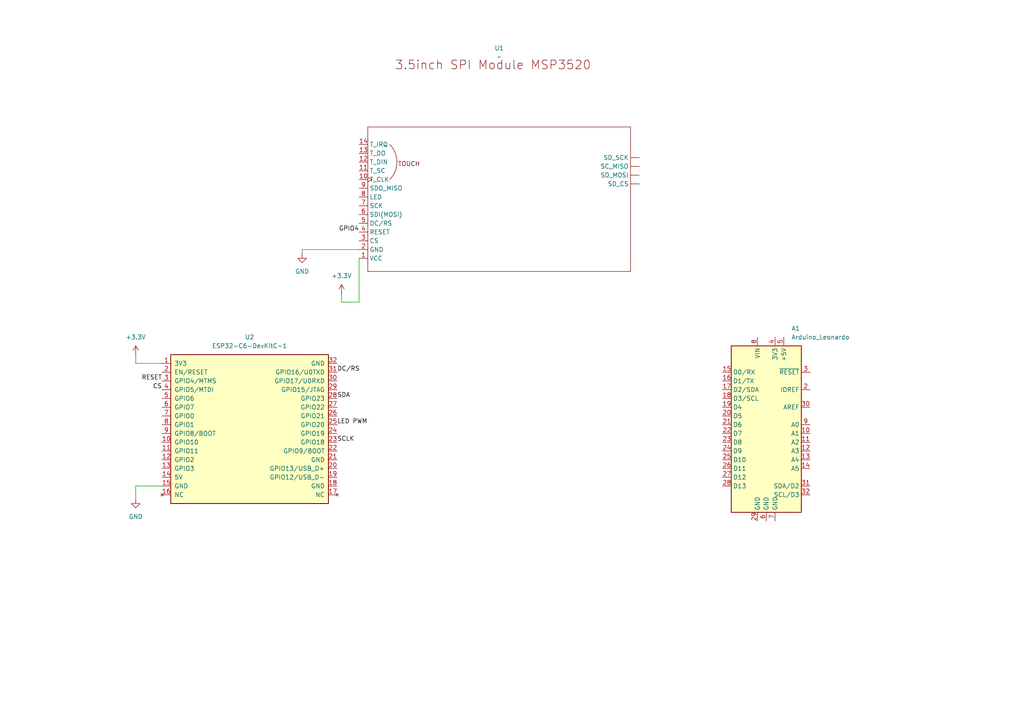
<source format=kicad_sch>
(kicad_sch (version 20231120) (generator "eeschema") (generator_version "8.0")
  (paper "A4")
  (lib_symbols
    (symbol "MCU_Module:Arduino_Leonardo"
      (property "Reference" "A" (at -10.16 23.495 0))
      (property "Value" "Arduino_Leonardo" (at 5.08 -26.67 0))
      (symbol "Arduino_Leonardo_0_1"
        (rectangle (start -10.16 22.86) (end 10.16 -25.4) (stroke (width 0.254)) (fill (type background)))
      )
      (symbol "Arduino_Leonardo_1_1"
        (pin no_connect line (at -10.16 -20.32 0) (length 2.54) hide (name "NC") (number "1"))
        (pin bidirectional line (at 12.7 -2.54 180) (length 2.54) (name "A1") (number "10"))
        (pin bidirectional line (at 12.7 -5.08 180) (length 2.54) (name "A2") (number "11"))
        (pin bidirectional line (at 12.7 -7.62 180) (length 2.54) (name "A3") (number "12"))
        (pin bidirectional line (at 12.7 -10.16 180) (length 2.54) (name "A4") (number "13"))
        (pin bidirectional line (at 12.7 -12.7 180) (length 2.54) (name "A5") (number "14"))
        (pin bidirectional line (at -12.7 15.24 0) (length 2.54) (name "D0/RX") (number "15"))
        (pin bidirectional line (at -12.7 12.7 0) (length 2.54) (name "D1/TX") (number "16"))
        (pin bidirectional line (at -12.7 10.16 0) (length 2.54) (name "D2/SDA") (number "17"))
        (pin bidirectional line (at -12.7 7.62 0) (length 2.54) (name "D3/SCL") (number "18"))
        (pin bidirectional line (at -12.7 5.08 0) (length 2.54) (name "D4") (number "19"))
        (pin output line (at 12.7 10.16 180) (length 2.54) (name "IOREF") (number "2"))
        (pin bidirectional line (at -12.7 2.54 0) (length 2.54) (name "D5") (number "20"))
        (pin bidirectional line (at -12.7 0 0) (length 2.54) (name "D6") (number "21"))
        (pin bidirectional line (at -12.7 -2.54 0) (length 2.54) (name "D7") (number "22"))
        (pin bidirectional line (at -12.7 -5.08 0) (length 2.54) (name "D8") (number "23"))
        (pin bidirectional line (at -12.7 -7.62 0) (length 2.54) (name "D9") (number "24"))
        (pin bidirectional line (at -12.7 -10.16 0) (length 2.54) (name "D10") (number "25"))
        (pin bidirectional line (at -12.7 -12.7 0) (length 2.54) (name "D11") (number "26"))
        (pin bidirectional line (at -12.7 -15.24 0) (length 2.54) (name "D12") (number "27"))
        (pin bidirectional line (at -12.7 -17.78 0) (length 2.54) (name "D13") (number "28"))
        (pin power_in line (at -2.54 -27.94 90) (length 2.54) (name "GND") (number "29"))
        (pin input line (at 12.7 15.24 180) (length 2.54) (name "~{RESET}") (number "3"))
        (pin input line (at 12.7 5.08 180) (length 2.54) (name "AREF") (number "30"))
        (pin bidirectional line (at 12.7 -17.78 180) (length 2.54) (name "SDA/D2") (number "31"))
        (pin bidirectional line (at 12.7 -20.32 180) (length 2.54) (name "SCL/D3") (number "32"))
        (pin power_out line (at 2.54 25.4 270) (length 2.54) (name "3V3") (number "4"))
        (pin power_out line (at 5.08 25.4 270) (length 2.54) (name "+5V") (number "5"))
        (pin power_in line (at 0 -27.94 90) (length 2.54) (name "GND") (number "6"))
        (pin power_in line (at 2.54 -27.94 90) (length 2.54) (name "GND") (number "7"))
        (pin power_in line (at -2.54 25.4 270) (length 2.54) (name "VIN") (number "8"))
        (pin bidirectional line (at 12.7 0 180) (length 2.54) (name "A0") (number "9"))
      )
    )
    (symbol "PCM_Espressif:ESP32-C6-DevKitC-1" (pin_names (offset 1.016))
      (property "Reference" "U" (at -22.86 25.4 0))
      (property "Value" "ESP32-C6-DevKitC-1" (at -22.86 22.86 0))
      (symbol "ESP32-C6-DevKitC-1_0_1"
        (rectangle (start -22.86 20.32) (end 22.86 -22.86) (stroke (width 0.254)) (fill (type background)))
      )
      (symbol "ESP32-C6-DevKitC-1_1_0"
        (pin power_in line (at -25.4 -15.24 0) (length 2.54) (name "5V") (number "14"))
        (pin input line (at -25.4 15.24 0) (length 2.54) (name "EN/RESET") (number "2"))
      )
      (symbol "ESP32-C6-DevKitC-1_1_1"
        (pin power_in line (at -25.4 17.78 0) (length 2.54) (name "3V3") (number "1"))
        (pin bidirectional line (at -25.4 -5.08 0) (length 2.54) (name "GPIO10") (number "10"))
        (pin bidirectional line (at -25.4 -7.62 0) (length 2.54) (name "GPIO11") (number "11"))
        (pin bidirectional line (at -25.4 -10.16 0) (length 2.54) (name "GPIO2") (number "12"))
        (pin bidirectional line (at -25.4 -12.7 0) (length 2.54) (name "GPIO3") (number "13"))
        (pin power_in line (at -25.4 -17.78 0) (length 2.54) (name "GND") (number "15"))
        (pin no_connect line (at -25.4 -20.32 0) (length 2.54) (name "NC") (number "16"))
        (pin no_connect line (at 25.4 -20.32 180) (length 2.54) (name "NC") (number "17"))
        (pin power_in line (at 25.4 -17.78 180) (length 2.54) (name "GND") (number "18"))
        (pin bidirectional line (at 25.4 -15.24 180) (length 2.54) (name "GPIO12/USB_D-") (number "19"))
        (pin bidirectional line (at 25.4 -12.7 180) (length 2.54) (name "GPIO13/USB_D+") (number "20"))
        (pin power_in line (at 25.4 -10.16 180) (length 2.54) (name "GND") (number "21"))
        (pin bidirectional line (at 25.4 -7.62 180) (length 2.54) (name "GPIO9/BOOT") (number "22"))
        (pin bidirectional line (at 25.4 -5.08 180) (length 2.54) (name "GPIO18") (number "23"))
        (pin bidirectional line (at 25.4 -2.54 180) (length 2.54) (name "GPIO19") (number "24"))
        (pin bidirectional line (at 25.4 0 180) (length 2.54) (name "GPIO20") (number "25"))
        (pin bidirectional line (at 25.4 2.54 180) (length 2.54) (name "GPIO21") (number "26"))
        (pin bidirectional line (at 25.4 5.08 180) (length 2.54) (name "GPIO22") (number "27"))
        (pin bidirectional line (at 25.4 7.62 180) (length 2.54) (name "GPIO23") (number "28"))
        (pin bidirectional line (at 25.4 10.16 180) (length 2.54) (name "GPIO15/JTAG") (number "29"))
        (pin bidirectional line (at -25.4 12.7 0) (length 2.54) (name "GPIO4/MTMS") (number "3"))
        (pin bidirectional line (at 25.4 12.7 180) (length 2.54) (name "GPIO17/U0RXD") (number "30"))
        (pin bidirectional line (at 25.4 15.24 180) (length 2.54) (name "GPIO16/U0TXD") (number "31"))
        (pin power_in line (at 25.4 17.78 180) (length 2.54) (name "GND") (number "32"))
        (pin bidirectional line (at -25.4 10.16 0) (length 2.54) (name "GPIO5/MTDI") (number "4"))
        (pin bidirectional line (at -25.4 7.62 0) (length 2.54) (name "GPIO6") (number "5"))
        (pin bidirectional line (at -25.4 5.08 0) (length 2.54) (name "GPIO7") (number "6"))
        (pin bidirectional line (at -25.4 2.54 0) (length 2.54) (name "GPIO0") (number "7"))
        (pin bidirectional line (at -25.4 0 0) (length 2.54) (name "GPIO1") (number "8"))
        (pin bidirectional line (at -25.4 -2.54 0) (length 2.54) (name "GPIO8/BOOT") (number "9"))
      )
    )
    (symbol "personal:3.5{dblquote}_ILI9488_480*320"
      (property "Reference" "U" (at 0 0 0))
      (symbol "3.5{dblquote}_ILI9488_480*320_0_1"
        (rectangle (start 0 48.26) (end 76.2 6.35))
        (arc (start 6.35 33.02) (mid 8.4543 38.1) (end 6.35 43.18))
      )
      (symbol "3.5{dblquote}_ILI9488_480*320_1_1"
        (text "3.5inch SPI Module MSP3520" (at 36.322 66.294 0) (effects (font (size 2.54 2.54))))
        (text "TOUCH\n" (at 11.938 37.592 0) (effects (font (size 1.27 1.27))))
        (pin unspecified line (at 78.74 36.83 180) (length 2.54) (name "SC_MISO") (number ""))
        (pin unspecified line (at 78.74 31.75 180) (length 2.54) (name "SD_CS") (number ""))
        (pin unspecified line (at 78.74 34.29 180) (length 2.54) (name "SD_MOSI") (number ""))
        (pin unspecified line (at 78.74 39.37 180) (length 2.54) (name "SD_SCK") (number ""))
        (pin power_in line (at -2.54 10.16 0) (length 2.54) (name "VCC") (number "1"))
        (pin unspecified clock (at -2.54 33.02 0) (length 2.54) (name "T_CLK") (number "10"))
        (pin bidirectional line (at -2.54 35.56 0) (length 2.54) (name "T_SC") (number "11"))
        (pin input line (at -2.54 38.1 0) (length 2.54) (name "T_DIN") (number "12"))
        (pin output line (at -2.54 40.64 0) (length 2.54) (name "T_DO") (number "13"))
        (pin input line (at -2.54 43.18 0) (length 2.54) (name "T_IRQ") (number "14"))
        (pin unspecified line (at -2.54 12.7 0) (length 2.54) (name "GND") (number "2"))
        (pin unspecified line (at -2.54 15.24 0) (length 2.54) (name "CS") (number "3"))
        (pin unspecified line (at -2.54 17.78 0) (length 2.54) (name "RESET") (number "4"))
        (pin unspecified line (at -2.54 20.32 0) (length 2.54) (name "DC/RS") (number "5"))
        (pin unspecified line (at -2.54 22.86 0) (length 2.54) (name "SDI(MOSI)") (number "6"))
        (pin unspecified line (at -2.54 25.4 0) (length 2.54) (name "SCK") (number "7"))
        (pin unspecified line (at -2.54 27.94 0) (length 2.54) (name "LED") (number "8"))
        (pin unspecified line (at -2.54 30.48 0) (length 2.54) (name "SDO_MISO") (number "9"))
      )
    )
    (symbol "power:+3.3V" (power) (pin_numbers hide) (pin_names (offset 0) hide)
      (property "Value" "+3.3V" (at 0 3.556 0))
      (symbol "+3.3V_0_1"
        (polyline (pts (xy -0.762 1.27) (xy 0 2.54)))
        (polyline (pts (xy 0 0) (xy 0 2.54)))
        (polyline (pts (xy 0 2.54) (xy 0.762 1.27)))
      )
      (symbol "+3.3V_1_1"
        (pin power_in line (at 0 0 90) (length 0) (name "~") (number "1"))
      )
    )
    (symbol "power:GND" (power) (pin_numbers hide) (pin_names (offset 0) hide)
      (property "Value" "GND" (at 0 -3.81 0))
      (symbol "GND_0_1"
        (polyline (pts (xy 0 0) (xy 0 -1.27) (xy 1.27 -1.27) (xy 0 -2.54) (xy -1.27 -1.27) (xy 0 -1.27)))
      )
      (symbol "GND_1_1"
        (pin power_in line (at 0 0 270) (length 0) (name "~") (number "1"))
      )
    )
  )
  (wire (pts (xy 99.06 87.63) (xy 104.14 87.63)))
  (wire (pts (xy 39.37 140.97) (xy 39.37 144.78)))
  (wire (pts (xy 104.14 87.63) (xy 104.14 74.93)))
  (wire (pts (xy 99.06 85.09) (xy 99.06 87.63)))
  (wire (pts (xy 39.37 105.41) (xy 46.99 105.41)))
  (wire (pts (xy 46.99 140.97) (xy 39.37 140.97)))
  (wire (pts (xy 39.37 102.87) (xy 39.37 105.41)))
  (wire (pts (xy 104.14 72.39) (xy 87.63 72.39)))
  (wire (pts (xy 87.63 72.39) (xy 87.63 73.66)))
  (label "CS" (at 46.99 113.03 180))
  (label "DC{slash}RS" (at 97.79 107.95 0))
  (label "GPIO4" (at 104.14 67.31 180))
  (label "SDA" (at 97.79 115.57 0))
  (label "SCLK" (at 97.79 128.27 0))
  (label "LED PWM" (at 97.79 123.19 0))
  (label "RESET" (at 46.99 110.49 180))
  (symbol (lib_id "MCU_Module:Arduino_Leonardo") (at 222.25 123.19 0) (unit 1)
    (property "Reference" "A1" (at 229.5241 95.25 0) (effects (justify left)))
    (property "Value" "Arduino_Leonardo" (at 229.5241 97.79 0) (effects (justify left)))
    (property "Footprint" "Module:Arduino_UNO_R3" (effects (hide yes)))
    (property "Datasheet" "https://www.arduino.cc/en/Main/ArduinoBoardLeonardo" (effects (hide yes)))
    (property "Description" "Arduino LEONARDO Microcontroller Module" (effects (hide yes)))
  )
  (symbol (lib_id "personal:3.5{dblquote}_ILI9488_480*320") (at 106.68 85.09 0) (unit 1)
    (property "Reference" "U1" (at 144.78 13.97 0))
    (property "Value" "~" (at 144.78 16.51 0))
  )
  (symbol (lib_id "power:GND") (at 39.37 144.78 0) (unit 1)
    (property "Reference" "#PWR04" (effects (hide yes)))
    (property "Value" "GND" (at 39.37 149.86 0))
    (property "Description" "Power symbol creates a global label with name \"GND\" , ground" (effects (hide yes)))
  )
  (symbol (lib_id "power:+3.3V") (at 99.06 85.09 0) (unit 1)
    (property "Reference" "#PWR01" (effects (hide yes)))
    (property "Value" "+3.3V" (at 99.06 80.01 0))
    (property "Description" "Power symbol creates a global label with name \"+3.3V\"" (effects (hide yes)))
  )
  (symbol (lib_id "power:GND") (at 87.63 73.66 0) (unit 1)
    (property "Reference" "#PWR02" (effects (hide yes)))
    (property "Value" "GND" (at 87.63 78.74 0))
    (property "Description" "Power symbol creates a global label with name \"GND\" , ground" (effects (hide yes)))
  )
  (symbol (lib_id "PCM_Espressif:ESP32-C6-DevKitC-1") (at 72.39 123.19 0) (unit 1)
    (property "Reference" "U2" (at 72.39 97.79 0))
    (property "Value" "ESP32-C6-DevKitC-1" (at 72.39 100.33 0))
    (property "Footprint" "PCM_Espressif:ESP32-C6-DevKitC-1" (effects (hide yes)))
    (property "Datasheet" "https://docs.espressif.com/projects/espressif-esp-dev-kits/en/latest/esp32c6/esp32-c6-devkitc-1/user_guide.html" (effects (hide yes)))
    (property "Description" "ESP32-C6-DevKitC-1" (effects (hide yes)))
  )
  (symbol (lib_id "power:+3.3V") (at 39.37 102.87 0) (unit 1)
    (property "Reference" "#PWR03" (effects (hide yes)))
    (property "Value" "+3.3V" (at 39.37 97.79 0))
    (property "Description" "Power symbol creates a global label with name \"+3.3V\"" (effects (hide yes)))
  )
)
</source>
